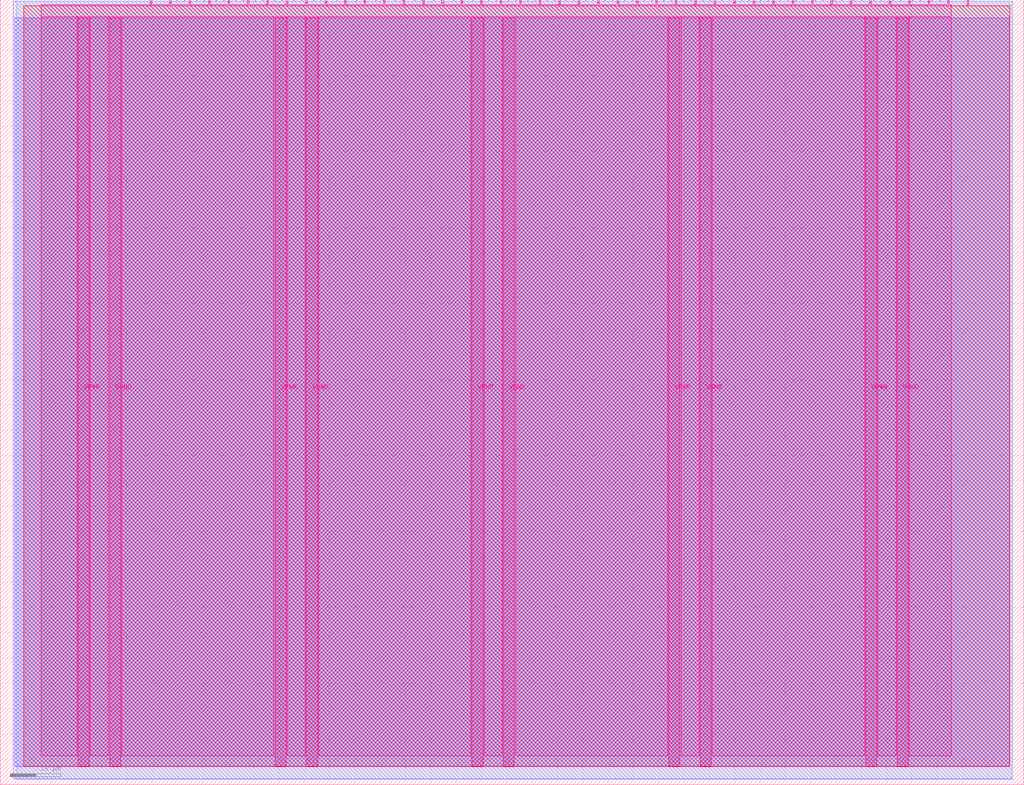
<source format=lef>
VERSION 5.7 ;
  NOWIREEXTENSIONATPIN ON ;
  DIVIDERCHAR "/" ;
  BUSBITCHARS "[]" ;
MACRO tt_um_tinytapeout_logo_screensaver
  CLASS BLOCK ;
  FOREIGN tt_um_tinytapeout_logo_screensaver ;
  ORIGIN 0.000 0.000 ;
  SIZE 202.080 BY 154.980 ;
  PIN VGND
    DIRECTION INOUT ;
    USE GROUND ;
    PORT
      LAYER Metal5 ;
        RECT 21.580 3.560 23.780 151.420 ;
    END
    PORT
      LAYER Metal5 ;
        RECT 60.450 3.560 62.650 151.420 ;
    END
    PORT
      LAYER Metal5 ;
        RECT 99.320 3.560 101.520 151.420 ;
    END
    PORT
      LAYER Metal5 ;
        RECT 138.190 3.560 140.390 151.420 ;
    END
    PORT
      LAYER Metal5 ;
        RECT 177.060 3.560 179.260 151.420 ;
    END
  END VGND
  PIN VPWR
    DIRECTION INOUT ;
    USE POWER ;
    PORT
      LAYER Metal5 ;
        RECT 15.380 3.560 17.580 151.420 ;
    END
    PORT
      LAYER Metal5 ;
        RECT 54.250 3.560 56.450 151.420 ;
    END
    PORT
      LAYER Metal5 ;
        RECT 93.120 3.560 95.320 151.420 ;
    END
    PORT
      LAYER Metal5 ;
        RECT 131.990 3.560 134.190 151.420 ;
    END
    PORT
      LAYER Metal5 ;
        RECT 170.860 3.560 173.060 151.420 ;
    END
  END VPWR
  PIN clk
    DIRECTION INPUT ;
    USE SIGNAL ;
    ANTENNAGATEAREA 0.213200 ;
    PORT
      LAYER Metal5 ;
        RECT 187.050 153.980 187.350 154.980 ;
    END
  END clk
  PIN ena
    DIRECTION INPUT ;
    USE SIGNAL ;
    PORT
      LAYER Metal5 ;
        RECT 190.890 153.980 191.190 154.980 ;
    END
  END ena
  PIN rst_n
    DIRECTION INPUT ;
    USE SIGNAL ;
    ANTENNAGATEAREA 0.213200 ;
    PORT
      LAYER Metal5 ;
        RECT 183.210 153.980 183.510 154.980 ;
    END
  END rst_n
  PIN ui_in[0]
    DIRECTION INPUT ;
    USE SIGNAL ;
    ANTENNAGATEAREA 0.213200 ;
    PORT
      LAYER Metal5 ;
        RECT 179.370 153.980 179.670 154.980 ;
    END
  END ui_in[0]
  PIN ui_in[1]
    DIRECTION INPUT ;
    USE SIGNAL ;
    ANTENNAGATEAREA 0.213200 ;
    PORT
      LAYER Metal5 ;
        RECT 175.530 153.980 175.830 154.980 ;
    END
  END ui_in[1]
  PIN ui_in[2]
    DIRECTION INPUT ;
    USE SIGNAL ;
    PORT
      LAYER Metal5 ;
        RECT 171.690 153.980 171.990 154.980 ;
    END
  END ui_in[2]
  PIN ui_in[3]
    DIRECTION INPUT ;
    USE SIGNAL ;
    PORT
      LAYER Metal5 ;
        RECT 167.850 153.980 168.150 154.980 ;
    END
  END ui_in[3]
  PIN ui_in[4]
    DIRECTION INPUT ;
    USE SIGNAL ;
    ANTENNAGATEAREA 0.180700 ;
    PORT
      LAYER Metal5 ;
        RECT 164.010 153.980 164.310 154.980 ;
    END
  END ui_in[4]
  PIN ui_in[5]
    DIRECTION INPUT ;
    USE SIGNAL ;
    ANTENNAGATEAREA 0.180700 ;
    PORT
      LAYER Metal5 ;
        RECT 160.170 153.980 160.470 154.980 ;
    END
  END ui_in[5]
  PIN ui_in[6]
    DIRECTION INPUT ;
    USE SIGNAL ;
    ANTENNAGATEAREA 0.180700 ;
    PORT
      LAYER Metal5 ;
        RECT 156.330 153.980 156.630 154.980 ;
    END
  END ui_in[6]
  PIN ui_in[7]
    DIRECTION INPUT ;
    USE SIGNAL ;
    PORT
      LAYER Metal5 ;
        RECT 152.490 153.980 152.790 154.980 ;
    END
  END ui_in[7]
  PIN uio_in[0]
    DIRECTION INPUT ;
    USE SIGNAL ;
    PORT
      LAYER Metal5 ;
        RECT 148.650 153.980 148.950 154.980 ;
    END
  END uio_in[0]
  PIN uio_in[1]
    DIRECTION INPUT ;
    USE SIGNAL ;
    PORT
      LAYER Metal5 ;
        RECT 144.810 153.980 145.110 154.980 ;
    END
  END uio_in[1]
  PIN uio_in[2]
    DIRECTION INPUT ;
    USE SIGNAL ;
    PORT
      LAYER Metal5 ;
        RECT 140.970 153.980 141.270 154.980 ;
    END
  END uio_in[2]
  PIN uio_in[3]
    DIRECTION INPUT ;
    USE SIGNAL ;
    PORT
      LAYER Metal5 ;
        RECT 137.130 153.980 137.430 154.980 ;
    END
  END uio_in[3]
  PIN uio_in[4]
    DIRECTION INPUT ;
    USE SIGNAL ;
    PORT
      LAYER Metal5 ;
        RECT 133.290 153.980 133.590 154.980 ;
    END
  END uio_in[4]
  PIN uio_in[5]
    DIRECTION INPUT ;
    USE SIGNAL ;
    PORT
      LAYER Metal5 ;
        RECT 129.450 153.980 129.750 154.980 ;
    END
  END uio_in[5]
  PIN uio_in[6]
    DIRECTION INPUT ;
    USE SIGNAL ;
    PORT
      LAYER Metal5 ;
        RECT 125.610 153.980 125.910 154.980 ;
    END
  END uio_in[6]
  PIN uio_in[7]
    DIRECTION INPUT ;
    USE SIGNAL ;
    PORT
      LAYER Metal5 ;
        RECT 121.770 153.980 122.070 154.980 ;
    END
  END uio_in[7]
  PIN uio_oe[0]
    DIRECTION OUTPUT ;
    USE SIGNAL ;
    ANTENNADIFFAREA 0.299200 ;
    PORT
      LAYER Metal5 ;
        RECT 56.490 153.980 56.790 154.980 ;
    END
  END uio_oe[0]
  PIN uio_oe[1]
    DIRECTION OUTPUT ;
    USE SIGNAL ;
    ANTENNADIFFAREA 0.299200 ;
    PORT
      LAYER Metal5 ;
        RECT 52.650 153.980 52.950 154.980 ;
    END
  END uio_oe[1]
  PIN uio_oe[2]
    DIRECTION OUTPUT ;
    USE SIGNAL ;
    ANTENNADIFFAREA 0.299200 ;
    PORT
      LAYER Metal5 ;
        RECT 48.810 153.980 49.110 154.980 ;
    END
  END uio_oe[2]
  PIN uio_oe[3]
    DIRECTION OUTPUT ;
    USE SIGNAL ;
    ANTENNADIFFAREA 0.299200 ;
    PORT
      LAYER Metal5 ;
        RECT 44.970 153.980 45.270 154.980 ;
    END
  END uio_oe[3]
  PIN uio_oe[4]
    DIRECTION OUTPUT ;
    USE SIGNAL ;
    ANTENNADIFFAREA 0.299200 ;
    PORT
      LAYER Metal5 ;
        RECT 41.130 153.980 41.430 154.980 ;
    END
  END uio_oe[4]
  PIN uio_oe[5]
    DIRECTION OUTPUT ;
    USE SIGNAL ;
    ANTENNADIFFAREA 0.299200 ;
    PORT
      LAYER Metal5 ;
        RECT 37.290 153.980 37.590 154.980 ;
    END
  END uio_oe[5]
  PIN uio_oe[6]
    DIRECTION OUTPUT ;
    USE SIGNAL ;
    ANTENNADIFFAREA 0.299200 ;
    PORT
      LAYER Metal5 ;
        RECT 33.450 153.980 33.750 154.980 ;
    END
  END uio_oe[6]
  PIN uio_oe[7]
    DIRECTION OUTPUT ;
    USE SIGNAL ;
    ANTENNADIFFAREA 0.299200 ;
    PORT
      LAYER Metal5 ;
        RECT 29.610 153.980 29.910 154.980 ;
    END
  END uio_oe[7]
  PIN uio_out[0]
    DIRECTION OUTPUT ;
    USE SIGNAL ;
    ANTENNADIFFAREA 0.299200 ;
    PORT
      LAYER Metal5 ;
        RECT 87.210 153.980 87.510 154.980 ;
    END
  END uio_out[0]
  PIN uio_out[1]
    DIRECTION OUTPUT ;
    USE SIGNAL ;
    ANTENNADIFFAREA 0.299200 ;
    PORT
      LAYER Metal5 ;
        RECT 83.370 153.980 83.670 154.980 ;
    END
  END uio_out[1]
  PIN uio_out[2]
    DIRECTION OUTPUT ;
    USE SIGNAL ;
    ANTENNADIFFAREA 0.299200 ;
    PORT
      LAYER Metal5 ;
        RECT 79.530 153.980 79.830 154.980 ;
    END
  END uio_out[2]
  PIN uio_out[3]
    DIRECTION OUTPUT ;
    USE SIGNAL ;
    ANTENNADIFFAREA 0.299200 ;
    PORT
      LAYER Metal5 ;
        RECT 75.690 153.980 75.990 154.980 ;
    END
  END uio_out[3]
  PIN uio_out[4]
    DIRECTION OUTPUT ;
    USE SIGNAL ;
    ANTENNADIFFAREA 0.299200 ;
    PORT
      LAYER Metal5 ;
        RECT 71.850 153.980 72.150 154.980 ;
    END
  END uio_out[4]
  PIN uio_out[5]
    DIRECTION OUTPUT ;
    USE SIGNAL ;
    ANTENNADIFFAREA 0.299200 ;
    PORT
      LAYER Metal5 ;
        RECT 68.010 153.980 68.310 154.980 ;
    END
  END uio_out[5]
  PIN uio_out[6]
    DIRECTION OUTPUT ;
    USE SIGNAL ;
    ANTENNADIFFAREA 0.299200 ;
    PORT
      LAYER Metal5 ;
        RECT 64.170 153.980 64.470 154.980 ;
    END
  END uio_out[6]
  PIN uio_out[7]
    DIRECTION OUTPUT ;
    USE SIGNAL ;
    ANTENNADIFFAREA 0.299200 ;
    PORT
      LAYER Metal5 ;
        RECT 60.330 153.980 60.630 154.980 ;
    END
  END uio_out[7]
  PIN uo_out[0]
    DIRECTION OUTPUT ;
    USE SIGNAL ;
    ANTENNADIFFAREA 0.632400 ;
    PORT
      LAYER Metal5 ;
        RECT 117.930 153.980 118.230 154.980 ;
    END
  END uo_out[0]
  PIN uo_out[1]
    DIRECTION OUTPUT ;
    USE SIGNAL ;
    ANTENNADIFFAREA 0.632400 ;
    PORT
      LAYER Metal5 ;
        RECT 114.090 153.980 114.390 154.980 ;
    END
  END uo_out[1]
  PIN uo_out[2]
    DIRECTION OUTPUT ;
    USE SIGNAL ;
    ANTENNADIFFAREA 0.632400 ;
    PORT
      LAYER Metal5 ;
        RECT 110.250 153.980 110.550 154.980 ;
    END
  END uo_out[2]
  PIN uo_out[3]
    DIRECTION OUTPUT ;
    USE SIGNAL ;
    ANTENNADIFFAREA 0.654800 ;
    PORT
      LAYER Metal5 ;
        RECT 106.410 153.980 106.710 154.980 ;
    END
  END uo_out[3]
  PIN uo_out[4]
    DIRECTION OUTPUT ;
    USE SIGNAL ;
    ANTENNADIFFAREA 0.632400 ;
    PORT
      LAYER Metal5 ;
        RECT 102.570 153.980 102.870 154.980 ;
    END
  END uo_out[4]
  PIN uo_out[5]
    DIRECTION OUTPUT ;
    USE SIGNAL ;
    ANTENNADIFFAREA 0.632400 ;
    PORT
      LAYER Metal5 ;
        RECT 98.730 153.980 99.030 154.980 ;
    END
  END uo_out[5]
  PIN uo_out[6]
    DIRECTION OUTPUT ;
    USE SIGNAL ;
    ANTENNADIFFAREA 0.632400 ;
    PORT
      LAYER Metal5 ;
        RECT 94.890 153.980 95.190 154.980 ;
    END
  END uo_out[6]
  PIN uo_out[7]
    DIRECTION OUTPUT ;
    USE SIGNAL ;
    ANTENNADIFFAREA 0.654800 ;
    PORT
      LAYER Metal5 ;
        RECT 91.050 153.980 91.350 154.980 ;
    END
  END uo_out[7]
  OBS
      LAYER GatPoly ;
        RECT 2.880 3.630 199.200 151.350 ;
      LAYER Metal1 ;
        RECT 2.880 3.560 199.200 151.420 ;
      LAYER Metal2 ;
        RECT 2.605 1.160 199.825 154.660 ;
      LAYER Metal3 ;
        RECT 3.260 1.115 199.780 154.705 ;
      LAYER Metal4 ;
        RECT 4.655 3.680 199.345 153.820 ;
      LAYER Metal5 ;
        RECT 8.060 153.770 29.400 153.980 ;
        RECT 30.120 153.770 33.240 153.980 ;
        RECT 33.960 153.770 37.080 153.980 ;
        RECT 37.800 153.770 40.920 153.980 ;
        RECT 41.640 153.770 44.760 153.980 ;
        RECT 45.480 153.770 48.600 153.980 ;
        RECT 49.320 153.770 52.440 153.980 ;
        RECT 53.160 153.770 56.280 153.980 ;
        RECT 57.000 153.770 60.120 153.980 ;
        RECT 60.840 153.770 63.960 153.980 ;
        RECT 64.680 153.770 67.800 153.980 ;
        RECT 68.520 153.770 71.640 153.980 ;
        RECT 72.360 153.770 75.480 153.980 ;
        RECT 76.200 153.770 79.320 153.980 ;
        RECT 80.040 153.770 83.160 153.980 ;
        RECT 83.880 153.770 87.000 153.980 ;
        RECT 87.720 153.770 90.840 153.980 ;
        RECT 91.560 153.770 94.680 153.980 ;
        RECT 95.400 153.770 98.520 153.980 ;
        RECT 99.240 153.770 102.360 153.980 ;
        RECT 103.080 153.770 106.200 153.980 ;
        RECT 106.920 153.770 110.040 153.980 ;
        RECT 110.760 153.770 113.880 153.980 ;
        RECT 114.600 153.770 117.720 153.980 ;
        RECT 118.440 153.770 121.560 153.980 ;
        RECT 122.280 153.770 125.400 153.980 ;
        RECT 126.120 153.770 129.240 153.980 ;
        RECT 129.960 153.770 133.080 153.980 ;
        RECT 133.800 153.770 136.920 153.980 ;
        RECT 137.640 153.770 140.760 153.980 ;
        RECT 141.480 153.770 144.600 153.980 ;
        RECT 145.320 153.770 148.440 153.980 ;
        RECT 149.160 153.770 152.280 153.980 ;
        RECT 153.000 153.770 156.120 153.980 ;
        RECT 156.840 153.770 159.960 153.980 ;
        RECT 160.680 153.770 163.800 153.980 ;
        RECT 164.520 153.770 167.640 153.980 ;
        RECT 168.360 153.770 171.480 153.980 ;
        RECT 172.200 153.770 175.320 153.980 ;
        RECT 176.040 153.770 179.160 153.980 ;
        RECT 179.880 153.770 183.000 153.980 ;
        RECT 183.720 153.770 186.840 153.980 ;
        RECT 187.560 153.770 187.780 153.980 ;
        RECT 8.060 151.630 187.780 153.770 ;
        RECT 8.060 5.735 15.170 151.630 ;
        RECT 17.790 5.735 21.370 151.630 ;
        RECT 23.990 5.735 54.040 151.630 ;
        RECT 56.660 5.735 60.240 151.630 ;
        RECT 62.860 5.735 92.910 151.630 ;
        RECT 95.530 5.735 99.110 151.630 ;
        RECT 101.730 5.735 131.780 151.630 ;
        RECT 134.400 5.735 137.980 151.630 ;
        RECT 140.600 5.735 170.650 151.630 ;
        RECT 173.270 5.735 176.850 151.630 ;
        RECT 179.470 5.735 187.780 151.630 ;
  END
END tt_um_tinytapeout_logo_screensaver
END LIBRARY


</source>
